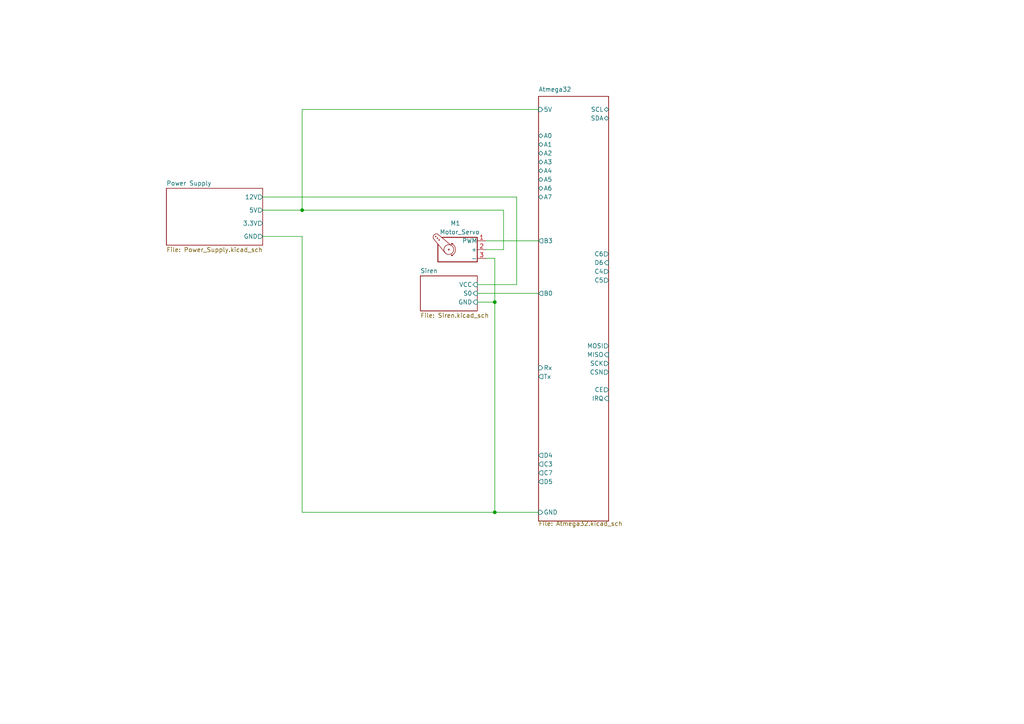
<source format=kicad_sch>
(kicad_sch (version 20211123) (generator eeschema)
  (paper "A4")
  (lib_symbols
    (symbol "Motor:Motor_Servo" (pin_names (offset 0.0254))
      (property "Reference" "M" (at -5.08 4.445 0))
      (property "Value" "Motor_Servo" (at -5.08 -4.064 0))
      (symbol "Motor_Servo_0_1"
        (polyline (pts (xy 2.413 -1.778) (xy 2.032 -1.778)))
        (polyline (pts (xy 2.413 -1.778) (xy 2.286 -1.397)))
        (polyline (pts (xy 2.413 1.778) (xy 1.905 1.778)))
        (polyline (pts (xy 2.413 1.778) (xy 2.286 1.397)))
        (polyline (pts (xy 6.35 4.445) (xy 2.54 1.27)))
        (polyline (pts (xy 7.62 3.175) (xy 4.191 -1.016)))
        (polyline (pts (xy 5.08 3.556) (xy -5.08 3.556) (xy -5.08 -3.556) (xy 6.35 -3.556) (xy 6.35 1.524)) (stroke (width 0.254)))
        (arc (start 2.413 1.778) (mid 1.2406 0) (end 2.413 -1.778))
        (circle (center 3.175 0) (radius 0.1778))
        (circle (center 3.175 0) (radius 1.4224))
        (circle (center 5.969 2.794) (radius 0.127))
        (circle (center 6.477 3.302) (radius 0.127))
        (circle (center 6.985 3.81) (radius 0.127))
        (arc (start 7.62 3.175) (mid 7.4485 4.2735) (end 6.35 4.445))
      )
      (symbol "Motor_Servo_1_1"
        (pin passive line (at -7.62 2.54 0) (length 2.54) (name "PWM") (number "1"))
        (pin passive line (at -7.62 0 0) (length 2.54) (name "+") (number "2"))
        (pin passive line (at -7.62 -2.54 0) (length 2.54) (name "-") (number "3"))
      )
    )
  )
  (junction (at 143.51 148.59))
  (junction (at 143.51 87.63))
  (junction (at 87.63 60.96))
  (wire (pts (xy 76.2 57.15) (xy 149.86 57.15)))
  (wire (pts (xy 140.97 69.85) (xy 156.21 69.85)))
  (wire (pts (xy 149.86 57.15) (xy 149.86 82.55)))
  (wire (pts (xy 138.43 85.09) (xy 156.21 85.09)))
  (wire (pts (xy 149.86 82.55) (xy 138.43 82.55)))
  (wire (pts (xy 143.51 74.93) (xy 143.51 87.63)))
  (wire (pts (xy 76.2 60.96) (xy 87.63 60.96)))
  (wire (pts (xy 143.51 148.59) (xy 156.21 148.59)))
  (wire (pts (xy 87.63 31.75) (xy 156.21 31.75)))
  (wire (pts (xy 87.63 60.96) (xy 146.05 60.96)))
  (wire (pts (xy 146.05 72.39) (xy 146.05 60.96)))
  (wire (pts (xy 76.2 68.58) (xy 87.63 68.58)))
  (wire (pts (xy 140.97 74.93) (xy 143.51 74.93)))
  (wire (pts (xy 140.97 72.39) (xy 146.05 72.39)))
  (wire (pts (xy 143.51 87.63) (xy 138.43 87.63)))
  (wire (pts (xy 87.63 148.59) (xy 143.51 148.59)))
  (wire (pts (xy 87.63 68.58) (xy 87.63 148.59)))
  (wire (pts (xy 87.63 31.75) (xy 87.63 60.96)))
  (wire (pts (xy 143.51 87.63) (xy 143.51 148.59)))
  (symbol (lib_id "Motor:Motor_Servo") (at 133.35 72.39 0) (mirror y) (unit 1)
    (property "Reference" "M1" (at 132.08 64.77 0))
    (property "Value" "Motor_Servo" (at 133.35 67.31 0))
    (property "Footprint" "Connector_PinHeader_2.54mm:PinHeader_1x03_P2.54mm_Vertical" (effects hide))
    (property "Datasheet" "http://forums.parallax.com/uploads/attachments/46831/74481.png" (effects hide))
  )
  (sheet (at 121.92 80.01) (size 16.51 10.16) (stroke (width 0.1524))
    (property "Sheet name" "Siren" (at 121.92 79.2984 0) (effects (justify left bottom)))
    (property "Sheet file" "Siren.kicad_sch" (at 121.92 90.7546 0) (effects (justify left top)))
    (pin "S0" input (at 138.43 85.09 0))
    (pin "GND" input (at 138.43 87.63 0))
    (pin "VCC" input (at 138.43 82.55 0))
  )
  (sheet (at 156.21 27.94) (size 20.32 123.19) (stroke (width 0.1524))
    (property "Sheet name" "Atmega32" (at 156.21 26.67 0) (effects (justify left bottom)))
    (property "Sheet file" "Atmega32.kicad_sch" (at 156.21 151.13 0) (effects (justify left top)))
    (pin "5V" input (at 156.21 31.75 180))
    (pin "GND" input (at 156.21 148.59 180))
    (pin "SDA" bidirectional (at 176.53 34.29 0))
    (pin "SCL" bidirectional (at 176.53 31.75 0))
    (pin "CE" output (at 176.53 113.03 0))
    (pin "IRQ" input (at 176.53 115.57 0))
    (pin "MISO" input (at 176.53 102.87 0))
    (pin "MOSI" output (at 176.53 100.33 0))
    (pin "SCK" output (at 176.53 105.41 0))
    (pin "CSN" output (at 176.53 107.95 0))
    (pin "A5" bidirectional (at 156.21 52.07 180))
    (pin "A6" bidirectional (at 156.21 54.61 180))
    (pin "A7" bidirectional (at 156.21 57.15 180))
    (pin "A3" bidirectional (at 156.21 46.99 180))
    (pin "A4" bidirectional (at 156.21 49.53 180))
    (pin "A0" bidirectional (at 156.21 39.37 180))
    (pin "A2" bidirectional (at 156.21 44.45 180))
    (pin "A1" bidirectional (at 156.21 41.91 180))
    (pin "B3" output (at 156.21 69.85 180))
    (pin "D6" input (at 176.53 76.2 0))
    (pin "C4" output (at 176.53 78.74 0))
    (pin "C5" output (at 176.53 81.28 0))
    (pin "C6" output (at 176.53 73.66 0))
    (pin "B0" output (at 156.21 85.09 180))
    (pin "Tx" output (at 156.21 109.22 180))
    (pin "Rx" input (at 156.21 106.68 180))
    (pin "C3" output (at 156.21 134.62 180))
    (pin "D4" output (at 156.21 132.08 180))
    (pin "D5" output (at 156.21 139.7 180))
    (pin "C7" output (at 156.21 137.16 180))
  )
  (sheet (at 48.26 54.61) (size 27.94 16.51) (stroke (width 0.1524))
    (property "Sheet name" "Power Supply" (at 48.26 53.8984 0) (effects (justify left bottom)))
    (property "Sheet file" "Power_Supply.kicad_sch" (at 48.26 71.7046 0) (effects (justify left top)))
    (pin "GND" output (at 76.2 68.58 0))
    (pin "5V" output (at 76.2 60.96 0))
    (pin "3.3V" output (at 76.2 64.77 0))
    (pin "12V" output (at 76.2 57.15 0))
  )
)
</source>
